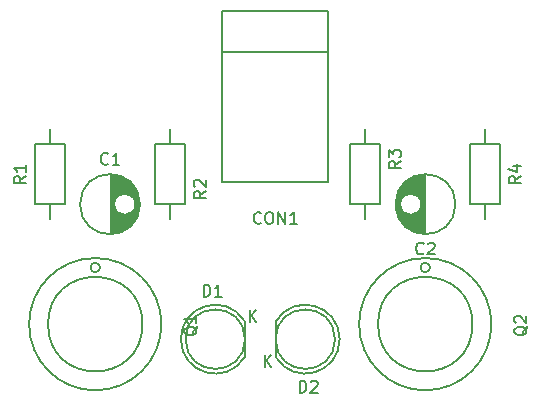
<source format=gbr>
G04 #@! TF.FileFunction,Legend,Top*
%FSLAX46Y46*%
G04 Gerber Fmt 4.6, Leading zero omitted, Abs format (unit mm)*
G04 Created by KiCad (PCBNEW 4.0.4+e1-6308~48~ubuntu14.04.1-stable) date Wed Sep 28 15:35:27 2016*
%MOMM*%
%LPD*%
G01*
G04 APERTURE LIST*
%ADD10C,0.100000*%
%ADD11C,0.150000*%
G04 APERTURE END LIST*
D10*
D11*
X106100880Y-59499500D02*
X97099120Y-59499500D01*
X106100880Y-55999380D02*
X97099120Y-55999380D01*
X97099120Y-55999380D02*
X97099120Y-70500240D01*
X97099120Y-70500240D02*
X106100880Y-70500240D01*
X106100880Y-70500240D02*
X106100880Y-55999380D01*
X99004888Y-82295096D02*
G75*
G03X99020000Y-85320000I-2484888J-1524904D01*
G01*
X99020000Y-82320000D02*
X99020000Y-85320000D01*
X99037936Y-83820000D02*
G75*
G03X99037936Y-83820000I-2517936J0D01*
G01*
X101655112Y-85344904D02*
G75*
G03X101640000Y-82320000I2484888J1524904D01*
G01*
X101640000Y-85320000D02*
X101640000Y-82320000D01*
X106657936Y-83820000D02*
G75*
G03X106657936Y-83820000I-2517936J0D01*
G01*
X86760000Y-77750000D02*
G75*
G03X86760000Y-77750000I-400000J0D01*
G01*
X90360000Y-82550000D02*
G75*
G03X90360000Y-82550000I-4000000J0D01*
G01*
X91960000Y-82550000D02*
G75*
G03X91960000Y-82550000I-5600000J0D01*
G01*
X114700000Y-77750000D02*
G75*
G03X114700000Y-77750000I-400000J0D01*
G01*
X118300000Y-82550000D02*
G75*
G03X118300000Y-82550000I-4000000J0D01*
G01*
X119900000Y-82550000D02*
G75*
G03X119900000Y-82550000I-5600000J0D01*
G01*
X87685000Y-69891000D02*
X87685000Y-74889000D01*
X87825000Y-69899000D02*
X87825000Y-74881000D01*
X87965000Y-69915000D02*
X87965000Y-72295000D01*
X87965000Y-72485000D02*
X87965000Y-74865000D01*
X88105000Y-69939000D02*
X88105000Y-71900000D01*
X88105000Y-72880000D02*
X88105000Y-74841000D01*
X88245000Y-69972000D02*
X88245000Y-71733000D01*
X88245000Y-73047000D02*
X88245000Y-74808000D01*
X88385000Y-70013000D02*
X88385000Y-71626000D01*
X88385000Y-73154000D02*
X88385000Y-74767000D01*
X88525000Y-70063000D02*
X88525000Y-71555000D01*
X88525000Y-73225000D02*
X88525000Y-74717000D01*
X88665000Y-70124000D02*
X88665000Y-71511000D01*
X88665000Y-73269000D02*
X88665000Y-74656000D01*
X88805000Y-70194000D02*
X88805000Y-71492000D01*
X88805000Y-73288000D02*
X88805000Y-74586000D01*
X88945000Y-70276000D02*
X88945000Y-71494000D01*
X88945000Y-73286000D02*
X88945000Y-74504000D01*
X89085000Y-70371000D02*
X89085000Y-71519000D01*
X89085000Y-73261000D02*
X89085000Y-74409000D01*
X89225000Y-70482000D02*
X89225000Y-71567000D01*
X89225000Y-73213000D02*
X89225000Y-74298000D01*
X89365000Y-70610000D02*
X89365000Y-71645000D01*
X89365000Y-73135000D02*
X89365000Y-74170000D01*
X89505000Y-70759000D02*
X89505000Y-71762000D01*
X89505000Y-73018000D02*
X89505000Y-74021000D01*
X89645000Y-70938000D02*
X89645000Y-71950000D01*
X89645000Y-72830000D02*
X89645000Y-73842000D01*
X89785000Y-71157000D02*
X89785000Y-73623000D01*
X89925000Y-71446000D02*
X89925000Y-73334000D01*
X90065000Y-71918000D02*
X90065000Y-72862000D01*
X89760000Y-72390000D02*
G75*
G03X89760000Y-72390000I-900000J0D01*
G01*
X90147500Y-72390000D02*
G75*
G03X90147500Y-72390000I-2537500J0D01*
G01*
X114245000Y-74889000D02*
X114245000Y-69891000D01*
X114105000Y-74881000D02*
X114105000Y-69899000D01*
X113965000Y-74865000D02*
X113965000Y-72485000D01*
X113965000Y-72295000D02*
X113965000Y-69915000D01*
X113825000Y-74841000D02*
X113825000Y-72880000D01*
X113825000Y-71900000D02*
X113825000Y-69939000D01*
X113685000Y-74808000D02*
X113685000Y-73047000D01*
X113685000Y-71733000D02*
X113685000Y-69972000D01*
X113545000Y-74767000D02*
X113545000Y-73154000D01*
X113545000Y-71626000D02*
X113545000Y-70013000D01*
X113405000Y-74717000D02*
X113405000Y-73225000D01*
X113405000Y-71555000D02*
X113405000Y-70063000D01*
X113265000Y-74656000D02*
X113265000Y-73269000D01*
X113265000Y-71511000D02*
X113265000Y-70124000D01*
X113125000Y-74586000D02*
X113125000Y-73288000D01*
X113125000Y-71492000D02*
X113125000Y-70194000D01*
X112985000Y-74504000D02*
X112985000Y-73286000D01*
X112985000Y-71494000D02*
X112985000Y-70276000D01*
X112845000Y-74409000D02*
X112845000Y-73261000D01*
X112845000Y-71519000D02*
X112845000Y-70371000D01*
X112705000Y-74298000D02*
X112705000Y-73213000D01*
X112705000Y-71567000D02*
X112705000Y-70482000D01*
X112565000Y-74170000D02*
X112565000Y-73135000D01*
X112565000Y-71645000D02*
X112565000Y-70610000D01*
X112425000Y-74021000D02*
X112425000Y-73018000D01*
X112425000Y-71762000D02*
X112425000Y-70759000D01*
X112285000Y-73842000D02*
X112285000Y-72830000D01*
X112285000Y-71950000D02*
X112285000Y-70938000D01*
X112145000Y-73623000D02*
X112145000Y-71157000D01*
X112005000Y-73334000D02*
X112005000Y-71446000D01*
X111865000Y-72862000D02*
X111865000Y-71918000D01*
X113970000Y-72390000D02*
G75*
G03X113970000Y-72390000I-900000J0D01*
G01*
X116857500Y-72390000D02*
G75*
G03X116857500Y-72390000I-2537500J0D01*
G01*
X120650000Y-67310000D02*
X120650000Y-72390000D01*
X120650000Y-72390000D02*
X118110000Y-72390000D01*
X118110000Y-72390000D02*
X118110000Y-67310000D01*
X118110000Y-67310000D02*
X120650000Y-67310000D01*
X119380000Y-67310000D02*
X119380000Y-66040000D01*
X119380000Y-72390000D02*
X119380000Y-73660000D01*
X110490000Y-67310000D02*
X110490000Y-72390000D01*
X110490000Y-72390000D02*
X107950000Y-72390000D01*
X107950000Y-72390000D02*
X107950000Y-67310000D01*
X107950000Y-67310000D02*
X110490000Y-67310000D01*
X109220000Y-67310000D02*
X109220000Y-66040000D01*
X109220000Y-72390000D02*
X109220000Y-73660000D01*
X93980000Y-67310000D02*
X93980000Y-72390000D01*
X93980000Y-72390000D02*
X91440000Y-72390000D01*
X91440000Y-72390000D02*
X91440000Y-67310000D01*
X91440000Y-67310000D02*
X93980000Y-67310000D01*
X92710000Y-67310000D02*
X92710000Y-66040000D01*
X92710000Y-72390000D02*
X92710000Y-73660000D01*
X83820000Y-67310000D02*
X83820000Y-72390000D01*
X83820000Y-72390000D02*
X81280000Y-72390000D01*
X81280000Y-72390000D02*
X81280000Y-67310000D01*
X81280000Y-67310000D02*
X83820000Y-67310000D01*
X82550000Y-67310000D02*
X82550000Y-66040000D01*
X82550000Y-72390000D02*
X82550000Y-73660000D01*
X100385715Y-73956183D02*
X100338096Y-74003802D01*
X100195239Y-74051421D01*
X100100001Y-74051421D01*
X99957143Y-74003802D01*
X99861905Y-73908564D01*
X99814286Y-73813326D01*
X99766667Y-73622850D01*
X99766667Y-73479992D01*
X99814286Y-73289516D01*
X99861905Y-73194278D01*
X99957143Y-73099040D01*
X100100001Y-73051421D01*
X100195239Y-73051421D01*
X100338096Y-73099040D01*
X100385715Y-73146659D01*
X101004762Y-73051421D02*
X101195239Y-73051421D01*
X101290477Y-73099040D01*
X101385715Y-73194278D01*
X101433334Y-73384754D01*
X101433334Y-73718088D01*
X101385715Y-73908564D01*
X101290477Y-74003802D01*
X101195239Y-74051421D01*
X101004762Y-74051421D01*
X100909524Y-74003802D01*
X100814286Y-73908564D01*
X100766667Y-73718088D01*
X100766667Y-73384754D01*
X100814286Y-73194278D01*
X100909524Y-73099040D01*
X101004762Y-73051421D01*
X101861905Y-74051421D02*
X101861905Y-73051421D01*
X102433334Y-74051421D01*
X102433334Y-73051421D01*
X103433334Y-74051421D02*
X102861905Y-74051421D01*
X103147619Y-74051421D02*
X103147619Y-73051421D01*
X103052381Y-73194278D01*
X102957143Y-73289516D01*
X102861905Y-73337135D01*
X95527905Y-80208381D02*
X95527905Y-79208381D01*
X95766000Y-79208381D01*
X95908858Y-79256000D01*
X96004096Y-79351238D01*
X96051715Y-79446476D01*
X96099334Y-79636952D01*
X96099334Y-79779810D01*
X96051715Y-79970286D01*
X96004096Y-80065524D01*
X95908858Y-80160762D01*
X95766000Y-80208381D01*
X95527905Y-80208381D01*
X97051715Y-80208381D02*
X96480286Y-80208381D01*
X96766000Y-80208381D02*
X96766000Y-79208381D01*
X96670762Y-79351238D01*
X96575524Y-79446476D01*
X96480286Y-79494095D01*
X99433095Y-82367381D02*
X99433095Y-81367381D01*
X100004524Y-82367381D02*
X99575952Y-81795952D01*
X100004524Y-81367381D02*
X99433095Y-81938810D01*
X103655905Y-88336381D02*
X103655905Y-87336381D01*
X103894000Y-87336381D01*
X104036858Y-87384000D01*
X104132096Y-87479238D01*
X104179715Y-87574476D01*
X104227334Y-87764952D01*
X104227334Y-87907810D01*
X104179715Y-88098286D01*
X104132096Y-88193524D01*
X104036858Y-88288762D01*
X103894000Y-88336381D01*
X103655905Y-88336381D01*
X104608286Y-87431619D02*
X104655905Y-87384000D01*
X104751143Y-87336381D01*
X104989239Y-87336381D01*
X105084477Y-87384000D01*
X105132096Y-87431619D01*
X105179715Y-87526857D01*
X105179715Y-87622095D01*
X105132096Y-87764952D01*
X104560667Y-88336381D01*
X105179715Y-88336381D01*
X100703095Y-86177381D02*
X100703095Y-85177381D01*
X101274524Y-86177381D02*
X100845952Y-85605952D01*
X101274524Y-85177381D02*
X100703095Y-85748810D01*
X95007619Y-82745238D02*
X94960000Y-82840476D01*
X94864762Y-82935714D01*
X94721905Y-83078571D01*
X94674286Y-83173810D01*
X94674286Y-83269048D01*
X94912381Y-83221429D02*
X94864762Y-83316667D01*
X94769524Y-83411905D01*
X94579048Y-83459524D01*
X94245714Y-83459524D01*
X94055238Y-83411905D01*
X93960000Y-83316667D01*
X93912381Y-83221429D01*
X93912381Y-83030952D01*
X93960000Y-82935714D01*
X94055238Y-82840476D01*
X94245714Y-82792857D01*
X94579048Y-82792857D01*
X94769524Y-82840476D01*
X94864762Y-82935714D01*
X94912381Y-83030952D01*
X94912381Y-83221429D01*
X94912381Y-81840476D02*
X94912381Y-82411905D01*
X94912381Y-82126191D02*
X93912381Y-82126191D01*
X94055238Y-82221429D01*
X94150476Y-82316667D01*
X94198095Y-82411905D01*
X122947619Y-82745238D02*
X122900000Y-82840476D01*
X122804762Y-82935714D01*
X122661905Y-83078571D01*
X122614286Y-83173810D01*
X122614286Y-83269048D01*
X122852381Y-83221429D02*
X122804762Y-83316667D01*
X122709524Y-83411905D01*
X122519048Y-83459524D01*
X122185714Y-83459524D01*
X121995238Y-83411905D01*
X121900000Y-83316667D01*
X121852381Y-83221429D01*
X121852381Y-83030952D01*
X121900000Y-82935714D01*
X121995238Y-82840476D01*
X122185714Y-82792857D01*
X122519048Y-82792857D01*
X122709524Y-82840476D01*
X122804762Y-82935714D01*
X122852381Y-83030952D01*
X122852381Y-83221429D01*
X121947619Y-82411905D02*
X121900000Y-82364286D01*
X121852381Y-82269048D01*
X121852381Y-82030952D01*
X121900000Y-81935714D01*
X121947619Y-81888095D01*
X122042857Y-81840476D01*
X122138095Y-81840476D01*
X122280952Y-81888095D01*
X122852381Y-82459524D01*
X122852381Y-81840476D01*
X87443334Y-68947143D02*
X87395715Y-68994762D01*
X87252858Y-69042381D01*
X87157620Y-69042381D01*
X87014762Y-68994762D01*
X86919524Y-68899524D01*
X86871905Y-68804286D01*
X86824286Y-68613810D01*
X86824286Y-68470952D01*
X86871905Y-68280476D01*
X86919524Y-68185238D01*
X87014762Y-68090000D01*
X87157620Y-68042381D01*
X87252858Y-68042381D01*
X87395715Y-68090000D01*
X87443334Y-68137619D01*
X88395715Y-69042381D02*
X87824286Y-69042381D01*
X88110000Y-69042381D02*
X88110000Y-68042381D01*
X88014762Y-68185238D01*
X87919524Y-68280476D01*
X87824286Y-68328095D01*
X114153334Y-76547143D02*
X114105715Y-76594762D01*
X113962858Y-76642381D01*
X113867620Y-76642381D01*
X113724762Y-76594762D01*
X113629524Y-76499524D01*
X113581905Y-76404286D01*
X113534286Y-76213810D01*
X113534286Y-76070952D01*
X113581905Y-75880476D01*
X113629524Y-75785238D01*
X113724762Y-75690000D01*
X113867620Y-75642381D01*
X113962858Y-75642381D01*
X114105715Y-75690000D01*
X114153334Y-75737619D01*
X114534286Y-75737619D02*
X114581905Y-75690000D01*
X114677143Y-75642381D01*
X114915239Y-75642381D01*
X115010477Y-75690000D01*
X115058096Y-75737619D01*
X115105715Y-75832857D01*
X115105715Y-75928095D01*
X115058096Y-76070952D01*
X114486667Y-76642381D01*
X115105715Y-76642381D01*
X122372381Y-70016666D02*
X121896190Y-70350000D01*
X122372381Y-70588095D02*
X121372381Y-70588095D01*
X121372381Y-70207142D01*
X121420000Y-70111904D01*
X121467619Y-70064285D01*
X121562857Y-70016666D01*
X121705714Y-70016666D01*
X121800952Y-70064285D01*
X121848571Y-70111904D01*
X121896190Y-70207142D01*
X121896190Y-70588095D01*
X121705714Y-69159523D02*
X122372381Y-69159523D01*
X121324762Y-69397619D02*
X122039048Y-69635714D01*
X122039048Y-69016666D01*
X112212381Y-68746666D02*
X111736190Y-69080000D01*
X112212381Y-69318095D02*
X111212381Y-69318095D01*
X111212381Y-68937142D01*
X111260000Y-68841904D01*
X111307619Y-68794285D01*
X111402857Y-68746666D01*
X111545714Y-68746666D01*
X111640952Y-68794285D01*
X111688571Y-68841904D01*
X111736190Y-68937142D01*
X111736190Y-69318095D01*
X111212381Y-68413333D02*
X111212381Y-67794285D01*
X111593333Y-68127619D01*
X111593333Y-67984761D01*
X111640952Y-67889523D01*
X111688571Y-67841904D01*
X111783810Y-67794285D01*
X112021905Y-67794285D01*
X112117143Y-67841904D01*
X112164762Y-67889523D01*
X112212381Y-67984761D01*
X112212381Y-68270476D01*
X112164762Y-68365714D01*
X112117143Y-68413333D01*
X95702381Y-71286666D02*
X95226190Y-71620000D01*
X95702381Y-71858095D02*
X94702381Y-71858095D01*
X94702381Y-71477142D01*
X94750000Y-71381904D01*
X94797619Y-71334285D01*
X94892857Y-71286666D01*
X95035714Y-71286666D01*
X95130952Y-71334285D01*
X95178571Y-71381904D01*
X95226190Y-71477142D01*
X95226190Y-71858095D01*
X94797619Y-70905714D02*
X94750000Y-70858095D01*
X94702381Y-70762857D01*
X94702381Y-70524761D01*
X94750000Y-70429523D01*
X94797619Y-70381904D01*
X94892857Y-70334285D01*
X94988095Y-70334285D01*
X95130952Y-70381904D01*
X95702381Y-70953333D01*
X95702381Y-70334285D01*
X80462381Y-70016666D02*
X79986190Y-70350000D01*
X80462381Y-70588095D02*
X79462381Y-70588095D01*
X79462381Y-70207142D01*
X79510000Y-70111904D01*
X79557619Y-70064285D01*
X79652857Y-70016666D01*
X79795714Y-70016666D01*
X79890952Y-70064285D01*
X79938571Y-70111904D01*
X79986190Y-70207142D01*
X79986190Y-70588095D01*
X80462381Y-69064285D02*
X80462381Y-69635714D01*
X80462381Y-69350000D02*
X79462381Y-69350000D01*
X79605238Y-69445238D01*
X79700476Y-69540476D01*
X79748095Y-69635714D01*
M02*

</source>
